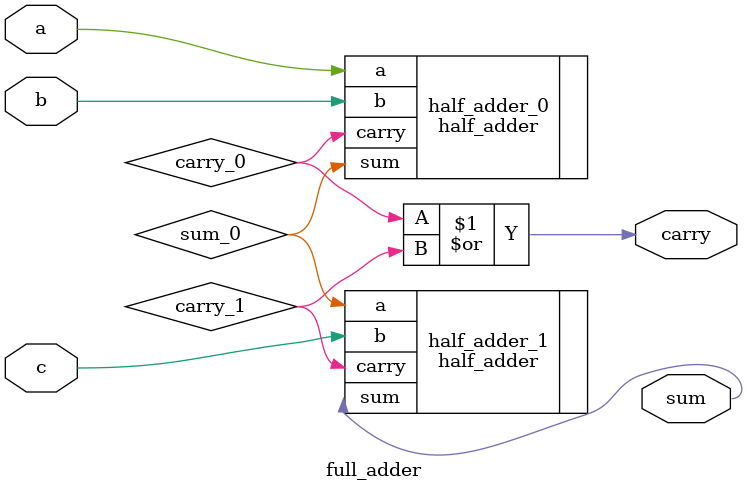
<source format=v>

`timescale 1ns / 1ps

module full_adder
    (
        input wire  a,
        input wire  b,
        input wire  c,
        output wire sum,
        output wire carry 
    );
    
    wire sum_0, carry_0, carry_1;
    
    half_adder half_adder_0
    (
        .a(a),
        .b(b),
        .sum(sum_0),
        .carry(carry_0)
    );

    half_adder half_adder_1
    (
        .a(sum_0),
        .b(c),
        .sum(sum),
        .carry(carry_1)
    );

    assign carry = carry_0 | carry_1;

endmodule

</source>
